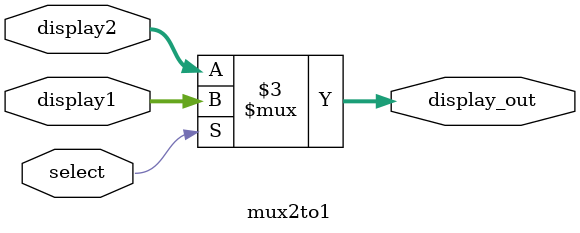
<source format=v>
module BCD_to_7seg(input[3:0] BCD_val, input dec_pt, output reg[7:0] display_val);

	always@(BCD_val)
	begin
		if(dec_pt)
		begin
			case(BCD_val)               //.gfedcba
				4'b0000: display_val = ~8'b10111111;//0.
				4'b0001: display_val = ~8'b10000110;
				4'b0010: display_val = ~8'b11011011;
				4'b0011: display_val = ~8'b11001111;
				4'b0100: display_val = ~8'b11100110;
				4'b0101: display_val = ~8'b11101101;//5.
				4'b0110: display_val = ~8'b11111101;
				4'b0111: display_val = ~8'b10000111;
				4'b1000: display_val = ~8'b11111111;
				4'b1001: display_val = ~8'b11100111;//9.
				default: display_val = ~8'b11110001;//F.
			endcase
		end
		else
		begin
			case(BCD_val)
				4'b0000: display_val = ~8'b00111111;//0
				4'b0001: display_val = ~8'b00000110;
				4'b0010: display_val = ~8'b01011011;
				4'b0011: display_val = ~8'b01001111;
				4'b0100: display_val = ~8'b01100110;
				4'b0101: display_val = ~8'b01101101;//5
				4'b0110: display_val = ~8'b01111101;
				4'b0111: display_val = ~8'b00000111;
				4'b1000: display_val = ~8'b01111111;
				4'b1001: display_val = ~8'b01100111;//9
				default: display_val = ~8'b01110001;//F
			endcase
		end
	end

endmodule

module mux2to1(input[n*4-1:0] display1, input[n*4-1:0] display2, input select, output reg[n*4-1:0] display_out);
	
	parameter n = 4; //number of decimal digits 
	
	always@(select)
	begin
		if(select)
			display_out = display1;
		else
			display_out = display2;
	end
	
endmodule

</source>
